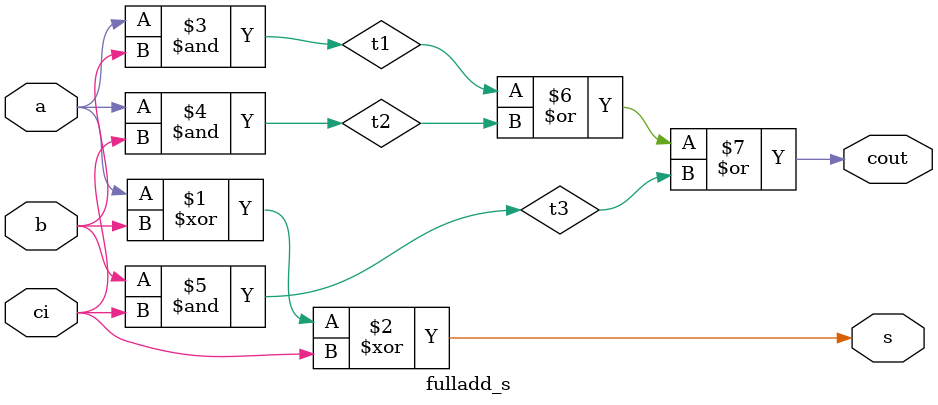
<source format=v>
`timescale 1ns / 1ps


module fulladd_s(
    input a,b,ci,
    output s,cout
    );
wire t1,t2,t3;
xor w1(s,a,b,ci);
and w2(t1,a,b);
and w3(t2,a,ci);
and w4(t3,b,ci);
or w5(cout,t1,t2,t3);    
endmodule

</source>
